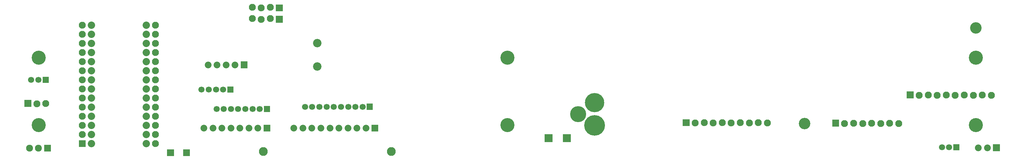
<source format=gbr>
G04 start of page 8 for group -4062 idx -4062 *
G04 Title: AYAB-RS_F, soldermask *
G04 Creator: pcb 20140316 *
G04 CreationDate: Tue 09 Feb 2021 04:56:18 AM GMT UTC *
G04 For: tom *
G04 Format: Gerber/RS-274X *
G04 PCB-Dimensions (mil): 11000.00 1900.00 *
G04 PCB-Coordinate-Origin: lower left *
%MOIN*%
%FSLAX25Y25*%
%LNBOTTOMMASK*%
%ADD148C,0.0970*%
%ADD147C,0.1540*%
%ADD146C,0.1260*%
%ADD145C,0.1760*%
%ADD144C,0.2260*%
%ADD143C,0.2110*%
%ADD142C,0.0759*%
%ADD141C,0.0669*%
%ADD140C,0.0739*%
%ADD139C,0.0920*%
%ADD138C,0.0800*%
%ADD137C,0.0001*%
%ADD136C,0.0760*%
G54D136*X165000Y118000D03*
Y108000D03*
Y98000D03*
Y88000D03*
Y78000D03*
Y68000D03*
Y58000D03*
Y48000D03*
Y38000D03*
Y28000D03*
G54D137*G36*
X195200Y21800D02*Y14200D01*
X202800D01*
Y21800D01*
X195200D01*
G37*
G36*
X177700D02*Y14200D01*
X185300D01*
Y21800D01*
X177700D01*
G37*
G54D138*X155000Y108000D03*
Y98000D03*
Y88000D03*
Y78000D03*
Y68000D03*
Y58000D03*
Y48000D03*
Y38000D03*
Y28000D03*
G54D137*G36*
X296700Y180800D02*Y173200D01*
X304300D01*
Y180800D01*
X296700D01*
G37*
G36*
Y168300D02*Y160700D01*
X304300D01*
Y168300D01*
X296700D01*
G37*
G54D136*X290657Y177787D03*
Y165287D03*
X280815Y177000D03*
Y164500D03*
X270972Y177787D03*
Y165287D03*
G54D139*X342000Y138300D03*
G54D137*G36*
X258306Y118194D02*Y110806D01*
X265694D01*
Y118194D01*
X258306D01*
G37*
G54D140*X252157Y114500D03*
X242315D03*
X232472D03*
X222630D03*
G54D139*X342000Y112700D03*
G54D137*G36*
X283306Y48694D02*Y41306D01*
X290694D01*
Y48694D01*
X283306D01*
G37*
G54D140*X277157Y45000D03*
X267315D03*
X257472D03*
X247630D03*
X237787D03*
X227945D03*
X218102D03*
G54D137*G36*
X283654Y69346D02*Y62654D01*
X290346D01*
Y69346D01*
X283654D01*
G37*
G54D141*X279126Y66000D03*
X271252D03*
X336508Y68500D03*
X328634D03*
X263378Y66000D03*
X255504D03*
X247630D03*
X239756D03*
X231882D03*
G54D137*G36*
X243654Y90678D02*Y83985D01*
X250346D01*
Y90678D01*
X243654D01*
G37*
G54D141*X239126Y87331D03*
X231252D03*
X223378D03*
X215504D03*
G54D136*X85000Y108000D03*
Y118000D03*
Y128000D03*
Y138000D03*
Y148000D03*
Y158000D03*
Y58000D03*
Y68000D03*
Y78000D03*
Y88000D03*
G54D137*G36*
X81200Y31800D02*Y24200D01*
X88800D01*
Y31800D01*
X81200D01*
G37*
G54D136*X85000Y38000D03*
G54D138*X95000Y28000D03*
Y38000D03*
G54D136*X85000Y48000D03*
G54D138*X95000D03*
Y58000D03*
Y68000D03*
G54D137*G36*
X21700Y75972D02*Y68372D01*
X29300D01*
Y75972D01*
X21700D01*
G37*
G54D136*X35343Y71778D03*
X45185Y72172D03*
G54D137*G36*
X43206Y26794D02*Y19206D01*
X50794D01*
Y26794D01*
X43206D01*
G37*
G36*
X41528Y101346D02*Y94654D01*
X48221D01*
Y101346D01*
X41528D01*
G37*
G54D141*X37000Y98000D03*
X29126D03*
G54D142*X37157Y23000D03*
X27315D03*
G54D136*X165000Y158000D03*
Y148000D03*
Y138000D03*
G54D138*X155000Y158000D03*
Y148000D03*
Y138000D03*
G54D136*X165000Y128000D03*
G54D138*X155000D03*
Y118000D03*
G54D136*X85000Y98000D03*
G54D138*X95000Y78000D03*
Y88000D03*
Y98000D03*
Y108000D03*
Y118000D03*
Y128000D03*
Y138000D03*
Y148000D03*
Y158000D03*
G54D143*X645500Y73000D03*
G54D144*Y48000D03*
G54D145*X627500Y60500D03*
G54D137*G36*
X396154Y71846D02*Y65154D01*
X402846D01*
Y71846D01*
X396154D01*
G37*
G54D141*X391626Y68500D03*
X383752D03*
X375878D03*
X368004D03*
X360130D03*
X352256D03*
X344382D03*
G54D137*G36*
X401390Y48694D02*Y41306D01*
X408777D01*
Y48694D01*
X401390D01*
G37*
G36*
X610700Y38300D02*Y29700D01*
X619300D01*
Y38300D01*
X610700D01*
G37*
G36*
X590700D02*Y29700D01*
X599300D01*
Y38300D01*
X590700D01*
G37*
G54D140*X395240Y45000D03*
X385398D03*
X375555D03*
X365713D03*
X355870D03*
X346028D03*
X336185D03*
X326343D03*
X316500D03*
G54D137*G36*
X1081149Y27194D02*Y19806D01*
X1088536D01*
Y27194D01*
X1081149D01*
G37*
G54D140*X1075000Y23500D03*
X1065158D03*
G54D137*G36*
X1037654Y27346D02*Y20654D01*
X1044346D01*
Y27346D01*
X1037654D01*
G37*
G54D141*X1033126Y24000D03*
X1025252D03*
G54D137*G36*
X741830Y54800D02*Y47200D01*
X749430D01*
Y54800D01*
X741830D01*
G37*
G54D136*X755473Y50606D03*
X765315Y51000D03*
X775158Y50606D03*
X785000Y51000D03*
X794843Y50606D03*
X804685Y51000D03*
X814528Y50606D03*
X824370Y51000D03*
X834213Y50606D03*
G54D137*G36*
X986830Y85300D02*Y77700D01*
X994430D01*
Y85300D01*
X986830D01*
G37*
G54D136*X1000473Y81106D03*
X1010315Y81500D03*
X1020158Y81106D03*
X1030000Y81500D03*
X1039843Y81106D03*
X1049685Y81500D03*
X1059528Y81106D03*
X1069370Y81500D03*
X1079213Y81106D03*
G54D137*G36*
X905200Y54300D02*Y46700D01*
X912800D01*
Y54300D01*
X905200D01*
G37*
G54D136*X918843Y50106D03*
X928685Y50500D03*
X938528Y50106D03*
X948370Y50500D03*
X958213Y50106D03*
X968055Y50500D03*
X977898Y50106D03*
G54D146*X875000Y50000D03*
G54D147*X1062500Y122500D03*
Y48500D03*
G54D146*Y155000D03*
G54D147*X37500Y122500D03*
Y48500D03*
G54D148*X283000Y19500D03*
G54D147*X550000Y122500D03*
Y48500D03*
G54D148*X423000Y19500D03*
M02*

</source>
